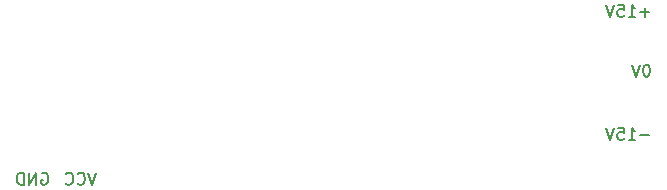
<source format=gbr>
%TF.GenerationSoftware,KiCad,Pcbnew,(6.0.2)*%
%TF.CreationDate,2022-12-20T22:03:32-08:00*%
%TF.ProjectId,split_supply_generator,73706c69-745f-4737-9570-706c795f6765,rev?*%
%TF.SameCoordinates,Original*%
%TF.FileFunction,Legend,Bot*%
%TF.FilePolarity,Positive*%
%FSLAX46Y46*%
G04 Gerber Fmt 4.6, Leading zero omitted, Abs format (unit mm)*
G04 Created by KiCad (PCBNEW (6.0.2)) date 2022-12-20 22:03:32*
%MOMM*%
%LPD*%
G01*
G04 APERTURE LIST*
%ADD10C,0.150000*%
%ADD11R,1.700000X1.700000*%
%ADD12O,1.700000X1.700000*%
%ADD13C,3.800000*%
%ADD14C,1.450000*%
%ADD15O,1.900000X1.200000*%
%ADD16R,2.000000X4.600000*%
%ADD17O,2.000000X4.200000*%
%ADD18O,4.200000X2.000000*%
G04 APERTURE END LIST*
D10*
X95249904Y-79764000D02*
X95345142Y-79716380D01*
X95488000Y-79716380D01*
X95630857Y-79764000D01*
X95726095Y-79859238D01*
X95773714Y-79954476D01*
X95821333Y-80144952D01*
X95821333Y-80287809D01*
X95773714Y-80478285D01*
X95726095Y-80573523D01*
X95630857Y-80668761D01*
X95488000Y-80716380D01*
X95392761Y-80716380D01*
X95249904Y-80668761D01*
X95202285Y-80621142D01*
X95202285Y-80287809D01*
X95392761Y-80287809D01*
X94773714Y-80716380D02*
X94773714Y-79716380D01*
X94202285Y-80716380D01*
X94202285Y-79716380D01*
X93726095Y-80716380D02*
X93726095Y-79716380D01*
X93488000Y-79716380D01*
X93345142Y-79764000D01*
X93249904Y-79859238D01*
X93202285Y-79954476D01*
X93154666Y-80144952D01*
X93154666Y-80287809D01*
X93202285Y-80478285D01*
X93249904Y-80573523D01*
X93345142Y-80668761D01*
X93488000Y-80716380D01*
X93726095Y-80716380D01*
X99885333Y-79716380D02*
X99552000Y-80716380D01*
X99218666Y-79716380D01*
X98313904Y-80621142D02*
X98361523Y-80668761D01*
X98504380Y-80716380D01*
X98599619Y-80716380D01*
X98742476Y-80668761D01*
X98837714Y-80573523D01*
X98885333Y-80478285D01*
X98932952Y-80287809D01*
X98932952Y-80144952D01*
X98885333Y-79954476D01*
X98837714Y-79859238D01*
X98742476Y-79764000D01*
X98599619Y-79716380D01*
X98504380Y-79716380D01*
X98361523Y-79764000D01*
X98313904Y-79811619D01*
X97313904Y-80621142D02*
X97361523Y-80668761D01*
X97504380Y-80716380D01*
X97599619Y-80716380D01*
X97742476Y-80668761D01*
X97837714Y-80573523D01*
X97885333Y-80478285D01*
X97932952Y-80287809D01*
X97932952Y-80144952D01*
X97885333Y-79954476D01*
X97837714Y-79859238D01*
X97742476Y-79764000D01*
X97599619Y-79716380D01*
X97504380Y-79716380D01*
X97361523Y-79764000D01*
X97313904Y-79811619D01*
X146526190Y-70572380D02*
X146430952Y-70572380D01*
X146335714Y-70620000D01*
X146288095Y-70667619D01*
X146240476Y-70762857D01*
X146192857Y-70953333D01*
X146192857Y-71191428D01*
X146240476Y-71381904D01*
X146288095Y-71477142D01*
X146335714Y-71524761D01*
X146430952Y-71572380D01*
X146526190Y-71572380D01*
X146621428Y-71524761D01*
X146669047Y-71477142D01*
X146716666Y-71381904D01*
X146764285Y-71191428D01*
X146764285Y-70953333D01*
X146716666Y-70762857D01*
X146669047Y-70667619D01*
X146621428Y-70620000D01*
X146526190Y-70572380D01*
X145907142Y-70572380D02*
X145573809Y-71572380D01*
X145240476Y-70572380D01*
X146716666Y-66111428D02*
X145954762Y-66111428D01*
X146335714Y-66492380D02*
X146335714Y-65730476D01*
X144954762Y-66492380D02*
X145526190Y-66492380D01*
X145240476Y-66492380D02*
X145240476Y-65492380D01*
X145335714Y-65635238D01*
X145430952Y-65730476D01*
X145526190Y-65778095D01*
X144050000Y-65492380D02*
X144526190Y-65492380D01*
X144573809Y-65968571D01*
X144526190Y-65920952D01*
X144430952Y-65873333D01*
X144192857Y-65873333D01*
X144097619Y-65920952D01*
X144050000Y-65968571D01*
X144002381Y-66063809D01*
X144002381Y-66301904D01*
X144050000Y-66397142D01*
X144097619Y-66444761D01*
X144192857Y-66492380D01*
X144430952Y-66492380D01*
X144526190Y-66444761D01*
X144573809Y-66397142D01*
X143716666Y-65492380D02*
X143383333Y-66492380D01*
X143050000Y-65492380D01*
X146716666Y-76525428D02*
X145954762Y-76525428D01*
X144954762Y-76906380D02*
X145526190Y-76906380D01*
X145240476Y-76906380D02*
X145240476Y-75906380D01*
X145335714Y-76049238D01*
X145430952Y-76144476D01*
X145526190Y-76192095D01*
X144050000Y-75906380D02*
X144526190Y-75906380D01*
X144573809Y-76382571D01*
X144526190Y-76334952D01*
X144430952Y-76287333D01*
X144192857Y-76287333D01*
X144097619Y-76334952D01*
X144050000Y-76382571D01*
X144002381Y-76477809D01*
X144002381Y-76715904D01*
X144050000Y-76811142D01*
X144097619Y-76858761D01*
X144192857Y-76906380D01*
X144430952Y-76906380D01*
X144526190Y-76858761D01*
X144573809Y-76811142D01*
X143716666Y-75906380D02*
X143383333Y-76906380D01*
X143050000Y-75906380D01*
%LPC*%
D11*
%TO.C,J2*%
X143281000Y-68595000D03*
D12*
X143281000Y-71135000D03*
X143281000Y-73675000D03*
%TD*%
D11*
%TO.C,J4*%
X98298000Y-77470000D03*
D12*
X95758000Y-77470000D03*
%TD*%
D13*
%TO.C,H3*%
X93472000Y-107696000D03*
%TD*%
%TO.C,H1*%
X144526000Y-61214000D03*
%TD*%
D14*
%TO.C,J3*%
X94426500Y-66969000D03*
D15*
X91726500Y-72969000D03*
X91726500Y-65969000D03*
D14*
X94426500Y-71969000D03*
%TD*%
D13*
%TO.C,H4*%
X144526000Y-107696000D03*
%TD*%
D16*
%TO.C,J1*%
X104394000Y-100315000D03*
D17*
X98094000Y-100315000D03*
D18*
X101494000Y-105115000D03*
%TD*%
D13*
%TO.C,H2*%
X93472000Y-61214000D03*
%TD*%
M02*

</source>
